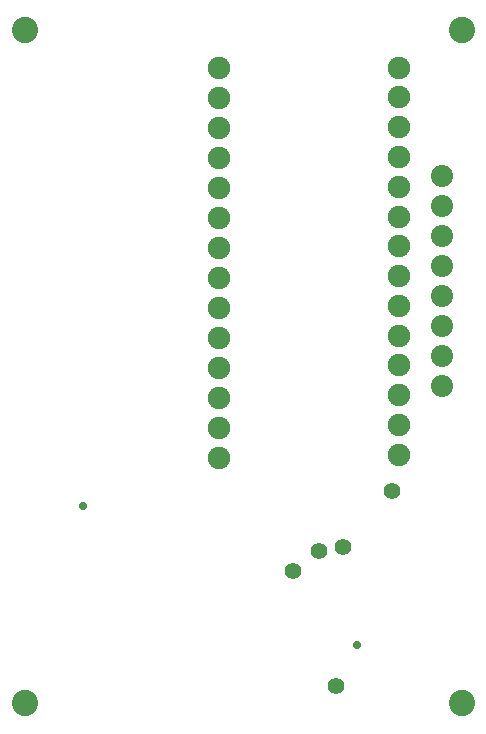
<source format=gbs>
G04*
G04 #@! TF.GenerationSoftware,Altium Limited,Altium Designer,20.1.14 (287)*
G04*
G04 Layer_Color=16711935*
%FSLAX43Y43*%
%MOMM*%
G71*
G04*
G04 #@! TF.SameCoordinates,2B19F274-0338-4189-8154-59E22298D11E*
G04*
G04*
G04 #@! TF.FilePolarity,Negative*
G04*
G01*
G75*
%ADD57C,1.877*%
%ADD58C,1.905*%
%ADD59C,2.227*%
%ADD60C,0.727*%
%ADD61C,1.397*%
D57*
X36830Y28372D02*
D03*
Y30912D02*
D03*
Y33452D02*
D03*
Y46152D02*
D03*
Y43612D02*
D03*
Y41072D02*
D03*
Y38532D02*
D03*
Y35992D02*
D03*
D58*
X33223Y22555D02*
D03*
Y25076D02*
D03*
Y27596D02*
D03*
Y30117D02*
D03*
Y32637D02*
D03*
Y35158D02*
D03*
Y37678D02*
D03*
Y40199D02*
D03*
Y42719D02*
D03*
Y45239D02*
D03*
Y47760D02*
D03*
Y50280D02*
D03*
Y52801D02*
D03*
Y55321D02*
D03*
X17983Y22301D02*
D03*
Y24841D02*
D03*
Y27381D02*
D03*
Y29921D02*
D03*
Y32461D02*
D03*
Y35001D02*
D03*
Y37541D02*
D03*
Y40081D02*
D03*
Y42621D02*
D03*
Y45161D02*
D03*
Y50241D02*
D03*
Y52781D02*
D03*
Y55321D02*
D03*
Y47701D02*
D03*
D59*
X1505Y1500D02*
D03*
X38505D02*
D03*
Y58500D02*
D03*
X1505D02*
D03*
D60*
X29667Y6452D02*
D03*
X6401Y18237D02*
D03*
D61*
X27851Y2934D02*
D03*
X32614Y19456D02*
D03*
X26391Y14427D02*
D03*
X28423Y14732D02*
D03*
X24232Y12668D02*
D03*
M02*

</source>
